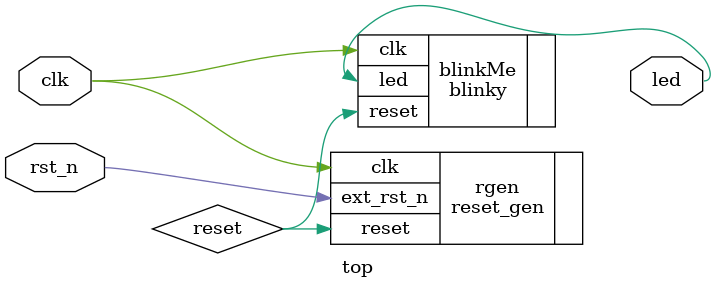
<source format=sv>
`timescale 1ns / 1ps////////////////////////////////////////////////////////////////////////


module top(
    input rst_n,
    input clk,
    output [0:0] led
    );
    logic reset;
    reset_gen rgen(
        .clk(clk),
        .ext_rst_n(rst_n),
        .reset(reset)
    );

    blinky blinkMe(
        .clk(clk),
        .reset(reset),
        .led(led[0])
    );
endmodule

</source>
